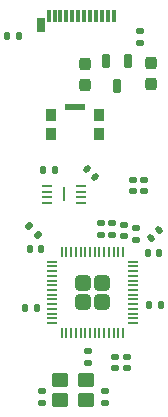
<source format=gbr>
%TF.GenerationSoftware,KiCad,Pcbnew,9.0.6*%
%TF.CreationDate,2025-12-04T22:18:03-08:00*%
%TF.ProjectId,Dev Board,44657620-426f-4617-9264-2e6b69636164,rev?*%
%TF.SameCoordinates,Original*%
%TF.FileFunction,Paste,Top*%
%TF.FilePolarity,Positive*%
%FSLAX46Y46*%
G04 Gerber Fmt 4.6, Leading zero omitted, Abs format (unit mm)*
G04 Created by KiCad (PCBNEW 9.0.6) date 2025-12-04 22:18:03*
%MOMM*%
%LPD*%
G01*
G04 APERTURE LIST*
G04 Aperture macros list*
%AMRoundRect*
0 Rectangle with rounded corners*
0 $1 Rounding radius*
0 $2 $3 $4 $5 $6 $7 $8 $9 X,Y pos of 4 corners*
0 Add a 4 corners polygon primitive as box body*
4,1,4,$2,$3,$4,$5,$6,$7,$8,$9,$2,$3,0*
0 Add four circle primitives for the rounded corners*
1,1,$1+$1,$2,$3*
1,1,$1+$1,$4,$5*
1,1,$1+$1,$6,$7*
1,1,$1+$1,$8,$9*
0 Add four rect primitives between the rounded corners*
20,1,$1+$1,$2,$3,$4,$5,0*
20,1,$1+$1,$4,$5,$6,$7,0*
20,1,$1+$1,$6,$7,$8,$9,0*
20,1,$1+$1,$8,$9,$2,$3,0*%
G04 Aperture macros list end*
%ADD10R,0.380000X1.000000*%
%ADD11R,0.700000X1.150000*%
%ADD12RoundRect,0.140000X-0.170000X0.140000X-0.170000X-0.140000X0.170000X-0.140000X0.170000X0.140000X0*%
%ADD13RoundRect,0.062500X-0.387500X-0.062500X0.387500X-0.062500X0.387500X0.062500X-0.387500X0.062500X0*%
%ADD14RoundRect,0.040000X-0.040000X-0.605000X0.040000X-0.605000X0.040000X0.605000X-0.040000X0.605000X0*%
%ADD15RoundRect,0.077500X-0.232500X0.532500X-0.232500X-0.532500X0.232500X-0.532500X0.232500X0.532500X0*%
%ADD16R,0.900000X1.000000*%
%ADD17R,1.700000X0.550000*%
%ADD18RoundRect,0.250000X0.450000X0.350000X-0.450000X0.350000X-0.450000X-0.350000X0.450000X-0.350000X0*%
%ADD19RoundRect,0.249999X-0.395001X-0.395001X0.395001X-0.395001X0.395001X0.395001X-0.395001X0.395001X0*%
%ADD20RoundRect,0.050000X-0.387500X-0.050000X0.387500X-0.050000X0.387500X0.050000X-0.387500X0.050000X0*%
%ADD21RoundRect,0.050000X-0.050000X-0.387500X0.050000X-0.387500X0.050000X0.387500X-0.050000X0.387500X0*%
%ADD22RoundRect,0.135000X0.226274X0.035355X0.035355X0.226274X-0.226274X-0.035355X-0.035355X-0.226274X0*%
%ADD23RoundRect,0.135000X-0.135000X-0.185000X0.135000X-0.185000X0.135000X0.185000X-0.135000X0.185000X0*%
%ADD24RoundRect,0.135000X0.185000X-0.135000X0.185000X0.135000X-0.185000X0.135000X-0.185000X-0.135000X0*%
%ADD25RoundRect,0.135000X-0.185000X0.135000X-0.185000X-0.135000X0.185000X-0.135000X0.185000X0.135000X0*%
%ADD26RoundRect,0.135000X0.135000X0.185000X-0.135000X0.185000X-0.135000X-0.185000X0.135000X-0.185000X0*%
%ADD27RoundRect,0.140000X0.170000X-0.140000X0.170000X0.140000X-0.170000X0.140000X-0.170000X-0.140000X0*%
%ADD28RoundRect,0.237500X0.237500X-0.300000X0.237500X0.300000X-0.237500X0.300000X-0.237500X-0.300000X0*%
%ADD29RoundRect,0.140000X0.219203X0.021213X0.021213X0.219203X-0.219203X-0.021213X-0.021213X-0.219203X0*%
%ADD30RoundRect,0.140000X0.140000X0.170000X-0.140000X0.170000X-0.140000X-0.170000X0.140000X-0.170000X0*%
%ADD31RoundRect,0.140000X0.021213X-0.219203X0.219203X-0.021213X-0.021213X0.219203X-0.219203X0.021213X0*%
%ADD32RoundRect,0.140000X-0.140000X-0.170000X0.140000X-0.170000X0.140000X0.170000X-0.140000X0.170000X0*%
G04 APERTURE END LIST*
D10*
%TO.C,P2*%
X134500000Y-103400000D03*
X135000000Y-103400000D03*
X135500000Y-103400000D03*
X136000000Y-103400000D03*
X136500000Y-103400000D03*
X137000000Y-103400000D03*
X137500000Y-103400000D03*
X138000000Y-103400000D03*
X138500000Y-103400000D03*
X139000000Y-103400000D03*
X139500000Y-103400000D03*
X140000000Y-103400000D03*
D11*
X133830000Y-104240000D03*
%TD*%
D12*
%TO.C,C10*%
X141100000Y-133280000D03*
X141100000Y-132320000D03*
%TD*%
D13*
%TO.C,IC1*%
X137250000Y-117800000D03*
X137250000Y-118300000D03*
X137250000Y-118800000D03*
X137250000Y-119300000D03*
X134400000Y-119300000D03*
X134400000Y-118800000D03*
X134400000Y-118300000D03*
X134400000Y-117800000D03*
D14*
X135825000Y-118550000D03*
%TD*%
D15*
%TO.C,VR1*%
X141250000Y-107235000D03*
X139350000Y-107235000D03*
X140300000Y-109365000D03*
%TD*%
D16*
%TO.C,SW1*%
X134700000Y-111800000D03*
X138800000Y-111800000D03*
X134700000Y-113400000D03*
X138800000Y-113400000D03*
D17*
X136750000Y-111175000D03*
%TD*%
D18*
%TO.C,Y1*%
X137700000Y-134250000D03*
X135500000Y-134250000D03*
X135500000Y-135950000D03*
X137700000Y-135950000D03*
%TD*%
D19*
%TO.C,U1*%
X137400000Y-126037500D03*
X137400000Y-127637500D03*
X139000000Y-126037500D03*
X139000000Y-127637500D03*
D20*
X134762500Y-124237500D03*
X134762500Y-124637500D03*
X134762500Y-125037500D03*
X134762500Y-125437500D03*
X134762500Y-125837500D03*
X134762500Y-126237500D03*
X134762500Y-126637500D03*
X134762500Y-127037500D03*
X134762500Y-127437500D03*
X134762500Y-127837500D03*
X134762500Y-128237500D03*
X134762500Y-128637500D03*
X134762500Y-129037500D03*
X134762500Y-129437500D03*
D21*
X135600000Y-130275000D03*
X136000000Y-130275000D03*
X136400000Y-130275000D03*
X136800000Y-130275000D03*
X137200000Y-130275000D03*
X137600000Y-130275000D03*
X138000000Y-130275000D03*
X138400000Y-130275000D03*
X138800000Y-130275000D03*
X139200000Y-130275000D03*
X139600000Y-130275000D03*
X140000000Y-130275000D03*
X140400000Y-130275000D03*
X140800000Y-130275000D03*
D20*
X141637500Y-129437500D03*
X141637500Y-129037500D03*
X141637500Y-128637500D03*
X141637500Y-128237500D03*
X141637500Y-127837500D03*
X141637500Y-127437500D03*
X141637500Y-127037500D03*
X141637500Y-126637500D03*
X141637500Y-126237500D03*
X141637500Y-125837500D03*
X141637500Y-125437500D03*
X141637500Y-125037500D03*
X141637500Y-124637500D03*
X141637500Y-124237500D03*
D21*
X140800000Y-123400000D03*
X140400000Y-123400000D03*
X140000000Y-123400000D03*
X139600000Y-123400000D03*
X139200000Y-123400000D03*
X138800000Y-123400000D03*
X138400000Y-123400000D03*
X138000000Y-123400000D03*
X137600000Y-123400000D03*
X137200000Y-123400000D03*
X136800000Y-123400000D03*
X136400000Y-123400000D03*
X136000000Y-123400000D03*
X135600000Y-123400000D03*
%TD*%
D22*
%TO.C,R7*%
X133560624Y-121960624D03*
X132839376Y-121239376D03*
%TD*%
D23*
%TO.C,R6*%
X133990001Y-116500000D03*
X135009999Y-116500000D03*
%TD*%
D24*
%TO.C,R5*%
X137800000Y-132809999D03*
X137800000Y-131790001D03*
%TD*%
D25*
%TO.C,R4*%
X139900000Y-120990001D03*
X139900000Y-122009999D03*
%TD*%
%TO.C,R3*%
X138900000Y-120990001D03*
X138900000Y-122009999D03*
%TD*%
%TO.C,R2*%
X142200000Y-104690001D03*
X142200000Y-105709999D03*
%TD*%
D26*
%TO.C,R1*%
X132009999Y-105100000D03*
X130990001Y-105100000D03*
%TD*%
D12*
%TO.C,C16*%
X139300000Y-135220000D03*
X139300000Y-136180000D03*
%TD*%
D27*
%TO.C,C15*%
X133900000Y-136180000D03*
X133900000Y-135220000D03*
%TD*%
D28*
%TO.C,C14*%
X137600000Y-109262501D03*
X137600000Y-107537499D03*
%TD*%
%TO.C,C13*%
X143200000Y-109162501D03*
X143200000Y-107437499D03*
%TD*%
D29*
%TO.C,C12*%
X138439411Y-117039411D03*
X137760589Y-116360589D03*
%TD*%
D27*
%TO.C,C11*%
X140900000Y-122080000D03*
X140900000Y-121120000D03*
%TD*%
%TO.C,C9*%
X141900000Y-122380000D03*
X141900000Y-121420000D03*
%TD*%
D30*
%TO.C,C8*%
X133880000Y-123200000D03*
X132920000Y-123200000D03*
%TD*%
D27*
%TO.C,C7*%
X141600000Y-118280000D03*
X141600000Y-117320000D03*
%TD*%
D31*
%TO.C,C6*%
X143160589Y-122239411D03*
X143839411Y-121560589D03*
%TD*%
D12*
%TO.C,C5*%
X140100000Y-132320000D03*
X140100000Y-133280000D03*
%TD*%
D30*
%TO.C,C4*%
X133480000Y-128200000D03*
X132520000Y-128200000D03*
%TD*%
D32*
%TO.C,C3*%
X143020000Y-127900000D03*
X143980000Y-127900000D03*
%TD*%
%TO.C,C2*%
X142920000Y-123500000D03*
X143880000Y-123500000D03*
%TD*%
D27*
%TO.C,C1*%
X142600000Y-118280000D03*
X142600000Y-117320000D03*
%TD*%
M02*

</source>
